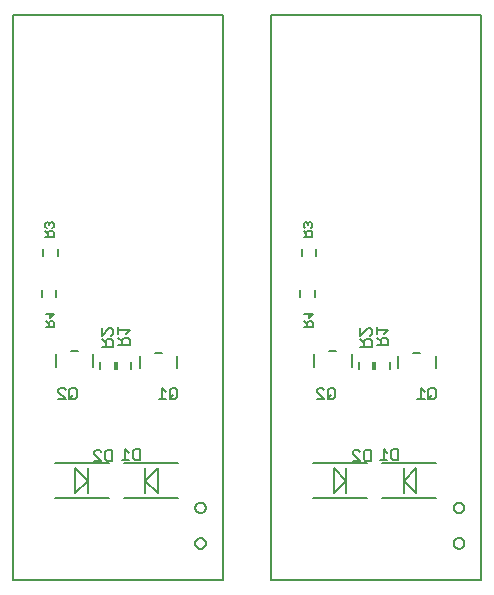
<source format=gbo>
G75*
G70*
%OFA0B0*%
%FSLAX25Y25*%
%IPPOS*%
%LPD*%
%AMOC8*
5,1,8,0,0,1.08239X$1,22.5*
%
%ADD10C,0.00800*%
X0011000Y0011000D02*
G75*
%LPD*%
D10*
X0011000Y0011000D02*
X0011000Y0199200D01*
X0080920Y0199200D01*
X0080920Y0011000D01*
X0011000Y0011000D01*
X0071730Y0023090D02*
X0071750Y0023350D01*
X0071810Y0023610D01*
X0071910Y0023860D01*
X0072040Y0024090D01*
X0072200Y0024290D01*
X0072400Y0024470D01*
X0072620Y0024620D01*
X0072850Y0024740D01*
X0073110Y0024820D01*
X0073370Y0024860D01*
X0073630Y0024860D01*
X0073890Y0024820D01*
X0074150Y0024740D01*
X0074390Y0024620D01*
X0074600Y0024470D01*
X0074800Y0024290D01*
X0074960Y0024090D01*
X0075090Y0023860D01*
X0075190Y0023610D01*
X0075250Y0023350D01*
X0075270Y0023090D01*
X0075250Y0022830D01*
X0075190Y0022570D01*
X0075090Y0022320D01*
X0074960Y0022090D01*
X0074800Y0021890D01*
X0074600Y0021710D01*
X0074380Y0021560D01*
X0074150Y0021440D01*
X0073890Y0021360D01*
X0073630Y0021320D01*
X0073370Y0021320D01*
X0073110Y0021360D01*
X0072850Y0021440D01*
X0072610Y0021560D01*
X0072400Y0021710D01*
X0072200Y0021890D01*
X0072040Y0022090D01*
X0071910Y0022320D01*
X0071810Y0022570D01*
X0071750Y0022830D01*
X0071730Y0023090D01*
X0071730Y0034910D02*
X0071750Y0035170D01*
X0071810Y0035430D01*
X0071910Y0035680D01*
X0072040Y0035910D01*
X0072200Y0036110D01*
X0072400Y0036290D01*
X0072620Y0036440D01*
X0072850Y0036560D01*
X0073110Y0036640D01*
X0073370Y0036680D01*
X0073630Y0036680D01*
X0073890Y0036640D01*
X0074150Y0036560D01*
X0074390Y0036440D01*
X0074600Y0036290D01*
X0074800Y0036110D01*
X0074960Y0035910D01*
X0075090Y0035680D01*
X0075190Y0035430D01*
X0075250Y0035170D01*
X0075270Y0034910D01*
X0075250Y0034650D01*
X0075190Y0034390D01*
X0075090Y0034140D01*
X0074960Y0033910D01*
X0074800Y0033710D01*
X0074600Y0033530D01*
X0074380Y0033380D01*
X0074150Y0033260D01*
X0073890Y0033180D01*
X0073630Y0033140D01*
X0073370Y0033140D01*
X0073110Y0033180D01*
X0072850Y0033260D01*
X0072610Y0033380D01*
X0072400Y0033530D01*
X0072200Y0033710D01*
X0072040Y0033910D01*
X0071910Y0034140D01*
X0071810Y0034390D01*
X0071750Y0034650D01*
X0071730Y0034910D01*
D10*
X0066000Y0038250D02*
X0048000Y0038250D01*
X0048000Y0049750D02*
X0066000Y0049750D01*
X0059210Y0048180D02*
X0059210Y0039820D01*
X0055030Y0044000D01*
X0059210Y0048180D01*
X0055030Y0048180D02*
X0055030Y0044000D01*
X0055030Y0039820D01*
X0043000Y0038250D02*
X0025000Y0038250D01*
X0025000Y0049750D02*
X0043000Y0049750D01*
X0035970Y0048180D02*
X0035970Y0044000D01*
X0031790Y0048180D01*
X0031790Y0039820D01*
X0035970Y0044000D01*
X0035970Y0039820D01*
X0040140Y0081320D02*
X0040140Y0083680D01*
X0037690Y0081900D02*
X0037690Y0086070D01*
X0032660Y0087100D02*
X0030280Y0087100D01*
X0025310Y0086070D02*
X0025310Y0081900D01*
X0025360Y0105320D02*
X0025360Y0107680D01*
X0025860Y0118820D02*
X0025860Y0121180D01*
X0021140Y0121180D02*
X0021140Y0118820D01*
X0020640Y0107680D02*
X0020640Y0105320D01*
X0044860Y0083680D02*
X0044860Y0081320D01*
X0045640Y0081320D02*
X0045640Y0083680D01*
X0050360Y0083680D02*
X0050360Y0081320D01*
X0053310Y0081400D02*
X0053310Y0085570D01*
X0058280Y0086600D02*
X0060660Y0086600D01*
X0065690Y0085570D02*
X0065690Y0081400D01*
D10*
X0065100Y0074850D02*
X0063860Y0074850D01*
X0063250Y0074240D01*
X0063250Y0071770D01*
X0063860Y0071150D01*
X0065100Y0071150D01*
X0065720Y0071770D01*
X0065720Y0074240D01*
X0065100Y0074850D01*
X0064480Y0072380D02*
X0063250Y0071150D01*
X0062030Y0071150D02*
X0059560Y0071150D01*
X0060800Y0071150D02*
X0060800Y0074850D01*
X0062030Y0073620D01*
X0049850Y0089150D02*
X0049850Y0091000D01*
X0049240Y0091620D01*
X0048000Y0091620D01*
X0047380Y0091000D01*
X0047380Y0089150D01*
X0047380Y0090380D02*
X0046150Y0091620D01*
X0046150Y0092830D02*
X0046150Y0095300D01*
X0046150Y0094070D02*
X0049850Y0094070D01*
X0048620Y0092830D01*
X0049850Y0089150D02*
X0046150Y0089150D01*
X0044350Y0088650D02*
X0044350Y0090500D01*
X0043740Y0091120D01*
X0042500Y0091120D01*
X0041880Y0090500D01*
X0041880Y0088650D01*
X0041880Y0089880D02*
X0040650Y0091120D01*
X0040650Y0092330D02*
X0043120Y0094800D01*
X0043740Y0094800D01*
X0044350Y0094180D01*
X0044350Y0092950D01*
X0043740Y0092330D01*
X0044350Y0088650D02*
X0040650Y0088650D01*
X0040650Y0092330D02*
X0040650Y0094800D01*
X0031600Y0074850D02*
X0032220Y0074240D01*
X0032220Y0071770D01*
X0031600Y0071150D01*
X0030360Y0071150D01*
X0029750Y0071770D01*
X0029750Y0074240D01*
X0030360Y0074850D01*
X0031600Y0074850D01*
X0030980Y0072380D02*
X0029750Y0071150D01*
X0028530Y0071150D02*
X0026060Y0073620D01*
X0026060Y0074240D01*
X0026680Y0074850D01*
X0027920Y0074850D01*
X0028530Y0074240D01*
X0028530Y0071150D02*
X0026060Y0071150D01*
X0024800Y0095150D02*
X0021900Y0095150D01*
X0022870Y0095150D02*
X0022870Y0096600D01*
X0023350Y0097080D01*
X0024320Y0097080D01*
X0024800Y0096600D01*
X0024800Y0095150D01*
X0022870Y0096120D02*
X0021900Y0097080D01*
X0021900Y0099550D02*
X0024800Y0099550D01*
X0023350Y0098100D01*
X0023350Y0100030D01*
X0022670Y0125260D02*
X0022670Y0126710D01*
X0023150Y0127190D01*
X0024120Y0127190D01*
X0024600Y0126710D01*
X0024600Y0125260D01*
X0021700Y0125260D01*
X0022670Y0126220D02*
X0021700Y0127190D01*
X0022180Y0128200D02*
X0021700Y0128690D01*
X0021700Y0129650D01*
X0022180Y0130140D01*
X0022670Y0130140D01*
X0023150Y0129650D01*
X0023150Y0129170D01*
X0023150Y0129650D02*
X0023630Y0130140D01*
X0024120Y0130140D01*
X0024600Y0129650D01*
X0024600Y0128690D01*
X0024120Y0128200D01*
D10*
X0038650Y0054180D02*
X0039850Y0054180D01*
X0040450Y0053580D01*
X0041730Y0053580D02*
X0042330Y0054180D01*
X0044130Y0054180D01*
X0044130Y0050580D01*
X0042330Y0050580D01*
X0041730Y0051180D01*
X0041730Y0053580D01*
X0040450Y0050580D02*
X0038050Y0052980D01*
X0038050Y0053580D01*
X0038650Y0054180D01*
X0038050Y0050580D02*
X0040450Y0050580D01*
X0047250Y0050820D02*
X0049650Y0050820D01*
X0050930Y0051420D02*
X0050930Y0053820D01*
X0051530Y0054420D01*
X0053330Y0054420D01*
X0053330Y0050820D01*
X0051530Y0050820D01*
X0050930Y0051420D01*
X0049650Y0053220D02*
X0048450Y0054420D01*
X0048450Y0050820D01*
X0097170Y0011000D02*
G75*
%LPD*%
D10*
X0097170Y0011000D02*
X0097170Y0199200D01*
X0167090Y0199200D01*
X0167090Y0011000D01*
X0097170Y0011000D01*
X0157900Y0023090D02*
X0157920Y0023350D01*
X0157980Y0023610D01*
X0158080Y0023860D01*
X0158210Y0024090D01*
X0158370Y0024290D01*
X0158570Y0024470D01*
X0158790Y0024620D01*
X0159020Y0024740D01*
X0159280Y0024820D01*
X0159540Y0024860D01*
X0159800Y0024860D01*
X0160060Y0024820D01*
X0160320Y0024740D01*
X0160560Y0024620D01*
X0160770Y0024470D01*
X0160970Y0024290D01*
X0161130Y0024090D01*
X0161260Y0023860D01*
X0161360Y0023610D01*
X0161420Y0023350D01*
X0161440Y0023090D01*
X0161420Y0022830D01*
X0161360Y0022570D01*
X0161260Y0022320D01*
X0161130Y0022090D01*
X0160970Y0021890D01*
X0160770Y0021710D01*
X0160550Y0021560D01*
X0160320Y0021440D01*
X0160060Y0021360D01*
X0159800Y0021320D01*
X0159540Y0021320D01*
X0159280Y0021360D01*
X0159020Y0021440D01*
X0158780Y0021560D01*
X0158570Y0021710D01*
X0158370Y0021890D01*
X0158210Y0022090D01*
X0158080Y0022320D01*
X0157980Y0022570D01*
X0157920Y0022830D01*
X0157900Y0023090D01*
X0157900Y0034910D02*
X0157920Y0035170D01*
X0157980Y0035430D01*
X0158080Y0035680D01*
X0158210Y0035910D01*
X0158370Y0036110D01*
X0158570Y0036290D01*
X0158790Y0036440D01*
X0159020Y0036560D01*
X0159280Y0036640D01*
X0159540Y0036680D01*
X0159800Y0036680D01*
X0160060Y0036640D01*
X0160320Y0036560D01*
X0160560Y0036440D01*
X0160770Y0036290D01*
X0160970Y0036110D01*
X0161130Y0035910D01*
X0161260Y0035680D01*
X0161360Y0035430D01*
X0161420Y0035170D01*
X0161440Y0034910D01*
X0161420Y0034650D01*
X0161360Y0034390D01*
X0161260Y0034140D01*
X0161130Y0033910D01*
X0160970Y0033710D01*
X0160770Y0033530D01*
X0160550Y0033380D01*
X0160320Y0033260D01*
X0160060Y0033180D01*
X0159800Y0033140D01*
X0159540Y0033140D01*
X0159280Y0033180D01*
X0159020Y0033260D01*
X0158780Y0033380D01*
X0158570Y0033530D01*
X0158370Y0033710D01*
X0158210Y0033910D01*
X0158080Y0034140D01*
X0157980Y0034390D01*
X0157920Y0034650D01*
X0157900Y0034910D01*
D10*
X0152170Y0038250D02*
X0134170Y0038250D01*
X0134170Y0049750D02*
X0152170Y0049750D01*
X0145380Y0048180D02*
X0145380Y0039820D01*
X0141200Y0044000D01*
X0145380Y0048180D01*
X0141200Y0048180D02*
X0141200Y0044000D01*
X0141200Y0039820D01*
X0129170Y0038250D02*
X0111170Y0038250D01*
X0111170Y0049750D02*
X0129170Y0049750D01*
X0122140Y0048180D02*
X0122140Y0044000D01*
X0117960Y0048180D01*
X0117960Y0039820D01*
X0122140Y0044000D01*
X0122140Y0039820D01*
X0126310Y0081320D02*
X0126310Y0083680D01*
X0123860Y0081900D02*
X0123860Y0086070D01*
X0118830Y0087100D02*
X0116450Y0087100D01*
X0111480Y0086070D02*
X0111480Y0081900D01*
X0111530Y0105320D02*
X0111530Y0107680D01*
X0112030Y0118820D02*
X0112030Y0121180D01*
X0107310Y0121180D02*
X0107310Y0118820D01*
X0106810Y0107680D02*
X0106810Y0105320D01*
X0131030Y0083680D02*
X0131030Y0081320D01*
X0131810Y0081320D02*
X0131810Y0083680D01*
X0136530Y0083680D02*
X0136530Y0081320D01*
X0139480Y0081400D02*
X0139480Y0085570D01*
X0144450Y0086600D02*
X0146830Y0086600D01*
X0151860Y0085570D02*
X0151860Y0081400D01*
D10*
X0151270Y0074850D02*
X0150030Y0074850D01*
X0149420Y0074240D01*
X0149420Y0071770D01*
X0150030Y0071150D01*
X0151270Y0071150D01*
X0151890Y0071770D01*
X0151890Y0074240D01*
X0151270Y0074850D01*
X0150650Y0072380D02*
X0149420Y0071150D01*
X0148200Y0071150D02*
X0145730Y0071150D01*
X0146970Y0071150D02*
X0146970Y0074850D01*
X0148200Y0073620D01*
X0136020Y0089150D02*
X0136020Y0091000D01*
X0135410Y0091620D01*
X0134170Y0091620D01*
X0133550Y0091000D01*
X0133550Y0089150D01*
X0133550Y0090380D02*
X0132320Y0091620D01*
X0132320Y0092830D02*
X0132320Y0095300D01*
X0132320Y0094070D02*
X0136020Y0094070D01*
X0134790Y0092830D01*
X0136020Y0089150D02*
X0132320Y0089150D01*
X0130520Y0088650D02*
X0130520Y0090500D01*
X0129910Y0091120D01*
X0128670Y0091120D01*
X0128050Y0090500D01*
X0128050Y0088650D01*
X0128050Y0089880D02*
X0126820Y0091120D01*
X0126820Y0092330D02*
X0129290Y0094800D01*
X0129910Y0094800D01*
X0130520Y0094180D01*
X0130520Y0092950D01*
X0129910Y0092330D01*
X0130520Y0088650D02*
X0126820Y0088650D01*
X0126820Y0092330D02*
X0126820Y0094800D01*
X0117770Y0074850D02*
X0118390Y0074240D01*
X0118390Y0071770D01*
X0117770Y0071150D01*
X0116530Y0071150D01*
X0115920Y0071770D01*
X0115920Y0074240D01*
X0116530Y0074850D01*
X0117770Y0074850D01*
X0117150Y0072380D02*
X0115920Y0071150D01*
X0114700Y0071150D02*
X0112230Y0073620D01*
X0112230Y0074240D01*
X0112850Y0074850D01*
X0114090Y0074850D01*
X0114700Y0074240D01*
X0114700Y0071150D02*
X0112230Y0071150D01*
X0110970Y0095150D02*
X0108070Y0095150D01*
X0109040Y0095150D02*
X0109040Y0096600D01*
X0109520Y0097080D01*
X0110490Y0097080D01*
X0110970Y0096600D01*
X0110970Y0095150D01*
X0109040Y0096120D02*
X0108070Y0097080D01*
X0108070Y0099550D02*
X0110970Y0099550D01*
X0109520Y0098100D01*
X0109520Y0100030D01*
X0108840Y0125260D02*
X0108840Y0126710D01*
X0109320Y0127190D01*
X0110290Y0127190D01*
X0110770Y0126710D01*
X0110770Y0125260D01*
X0107870Y0125260D01*
X0108840Y0126220D02*
X0107870Y0127190D01*
X0108350Y0128200D02*
X0107870Y0128690D01*
X0107870Y0129650D01*
X0108350Y0130140D01*
X0108840Y0130140D01*
X0109320Y0129650D01*
X0109320Y0129170D01*
X0109320Y0129650D02*
X0109800Y0130140D01*
X0110290Y0130140D01*
X0110770Y0129650D01*
X0110770Y0128690D01*
X0110290Y0128200D01*
D10*
X0124820Y0054180D02*
X0126020Y0054180D01*
X0126620Y0053580D01*
X0127900Y0053580D02*
X0128500Y0054180D01*
X0130300Y0054180D01*
X0130300Y0050580D01*
X0128500Y0050580D01*
X0127900Y0051180D01*
X0127900Y0053580D01*
X0126620Y0050580D02*
X0124220Y0052980D01*
X0124220Y0053580D01*
X0124820Y0054180D01*
X0124220Y0050580D02*
X0126620Y0050580D01*
X0133420Y0050820D02*
X0135820Y0050820D01*
X0137100Y0051420D02*
X0137100Y0053820D01*
X0137700Y0054420D01*
X0139500Y0054420D01*
X0139500Y0050820D01*
X0137700Y0050820D01*
X0137100Y0051420D01*
X0135820Y0053220D02*
X0134620Y0054420D01*
X0134620Y0050820D01*
M02*

</source>
